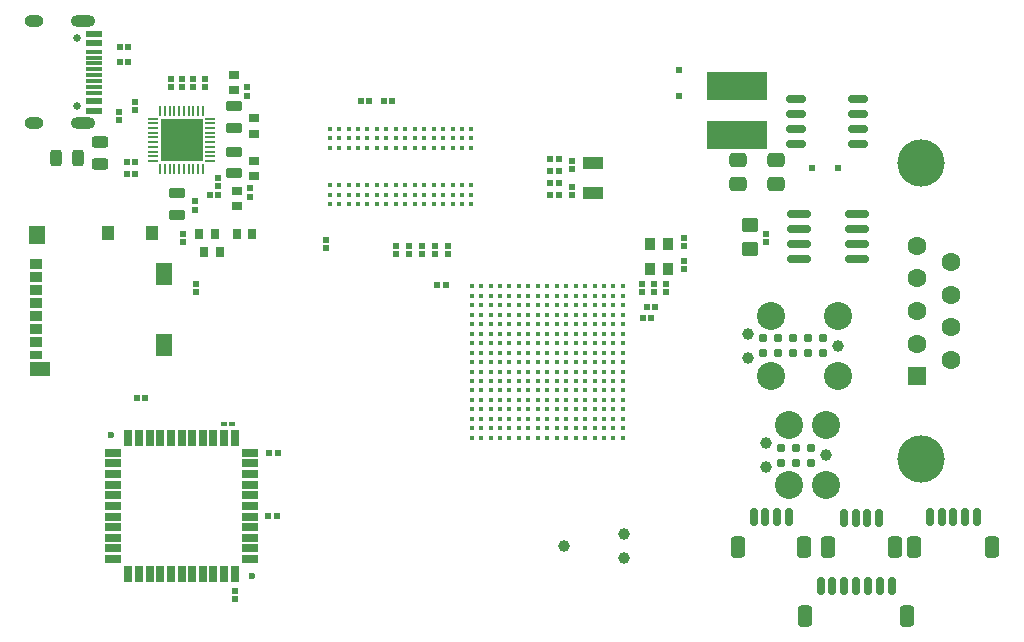
<source format=gbs>
G04 #@! TF.GenerationSoftware,KiCad,Pcbnew,(6.0.2)*
G04 #@! TF.CreationDate,2022-04-20T12:25:19-06:00*
G04 #@! TF.ProjectId,nano,6e616e6f-2e6b-4696-9361-645f70636258,rev?*
G04 #@! TF.SameCoordinates,Original*
G04 #@! TF.FileFunction,Soldermask,Bot*
G04 #@! TF.FilePolarity,Negative*
%FSLAX46Y46*%
G04 Gerber Fmt 4.6, Leading zero omitted, Abs format (unit mm)*
G04 Created by KiCad (PCBNEW (6.0.2)) date 2022-04-20 12:25:19*
%MOMM*%
%LPD*%
G01*
G04 APERTURE LIST*
G04 Aperture macros list*
%AMRoundRect*
0 Rectangle with rounded corners*
0 $1 Rounding radius*
0 $2 $3 $4 $5 $6 $7 $8 $9 X,Y pos of 4 corners*
0 Add a 4 corners polygon primitive as box body*
4,1,4,$2,$3,$4,$5,$6,$7,$8,$9,$2,$3,0*
0 Add four circle primitives for the rounded corners*
1,1,$1+$1,$2,$3*
1,1,$1+$1,$4,$5*
1,1,$1+$1,$6,$7*
1,1,$1+$1,$8,$9*
0 Add four rect primitives between the rounded corners*
20,1,$1+$1,$2,$3,$4,$5,0*
20,1,$1+$1,$4,$5,$6,$7,0*
20,1,$1+$1,$6,$7,$8,$9,0*
20,1,$1+$1,$8,$9,$2,$3,0*%
G04 Aperture macros list end*
%ADD10R,0.500000X0.500000*%
%ADD11C,0.990600*%
%ADD12C,0.400000*%
%ADD13R,0.900000X1.000000*%
%ADD14RoundRect,0.062500X-0.062500X0.350000X-0.062500X-0.350000X0.062500X-0.350000X0.062500X0.350000X0*%
%ADD15RoundRect,0.062500X-0.350000X0.062500X-0.350000X-0.062500X0.350000X-0.062500X0.350000X0.062500X0*%
%ADD16R,3.600000X3.600000*%
%ADD17RoundRect,0.022860X0.205740X0.227140X-0.205740X0.227140X-0.205740X-0.227140X0.205740X-0.227140X0*%
%ADD18RoundRect,0.022860X0.227140X-0.205740X0.227140X0.205740X-0.227140X0.205740X-0.227140X-0.205740X0*%
%ADD19RoundRect,0.022860X-0.227140X0.205740X-0.227140X-0.205740X0.227140X-0.205740X0.227140X0.205740X0*%
%ADD20RoundRect,0.022860X-0.205740X-0.227140X0.205740X-0.227140X0.205740X0.227140X-0.205740X0.227140X0*%
%ADD21R,1.800000X1.000000*%
%ADD22RoundRect,0.243750X-0.456250X0.243750X-0.456250X-0.243750X0.456250X-0.243750X0.456250X0.243750X0*%
%ADD23RoundRect,0.243750X0.243750X0.456250X-0.243750X0.456250X-0.243750X-0.456250X0.243750X-0.456250X0*%
%ADD24C,0.650000*%
%ADD25R,1.450000X0.600000*%
%ADD26R,1.450000X0.300000*%
%ADD27O,1.600000X1.000000*%
%ADD28O,2.100000X1.000000*%
%ADD29RoundRect,0.035560X-0.383540X0.320040X-0.383540X-0.320040X0.383540X-0.320040X0.383540X0.320040X0*%
%ADD30RoundRect,0.035560X0.383540X-0.320040X0.383540X0.320040X-0.383540X0.320040X-0.383540X-0.320040X0*%
%ADD31RoundRect,0.035560X-0.320040X-0.383540X0.320040X-0.383540X0.320040X0.383540X-0.320040X0.383540X0*%
%ADD32RoundRect,0.035560X0.320040X0.383540X-0.320040X0.383540X-0.320040X-0.383540X0.320040X-0.383540X0*%
%ADD33R,1.100000X0.850000*%
%ADD34R,1.100000X0.750000*%
%ADD35R,1.000000X1.200000*%
%ADD36R,1.800000X1.170000*%
%ADD37R,1.350000X1.550000*%
%ADD38R,1.350000X1.900000*%
%ADD39RoundRect,0.041000X0.594000X-0.369000X0.594000X0.369000X-0.594000X0.369000X-0.594000X-0.369000X0*%
%ADD40RoundRect,0.041000X-0.594000X0.369000X-0.594000X-0.369000X0.594000X-0.369000X0.594000X0.369000X0*%
%ADD41RoundRect,0.150000X-0.675000X-0.150000X0.675000X-0.150000X0.675000X0.150000X-0.675000X0.150000X0*%
%ADD42RoundRect,0.075000X-0.212500X-0.075000X0.212500X-0.075000X0.212500X0.075000X-0.212500X0.075000X0*%
%ADD43R,5.100000X2.350000*%
%ADD44RoundRect,0.250000X0.450000X-0.350000X0.450000X0.350000X-0.450000X0.350000X-0.450000X-0.350000X0*%
%ADD45C,2.374900*%
%ADD46C,0.787400*%
%ADD47RoundRect,0.150000X-0.150000X-0.625000X0.150000X-0.625000X0.150000X0.625000X-0.150000X0.625000X0*%
%ADD48RoundRect,0.250000X-0.350000X-0.650000X0.350000X-0.650000X0.350000X0.650000X-0.350000X0.650000X0*%
%ADD49RoundRect,0.150000X-0.825000X-0.150000X0.825000X-0.150000X0.825000X0.150000X-0.825000X0.150000X0*%
%ADD50RoundRect,0.250000X-0.475000X0.337500X-0.475000X-0.337500X0.475000X-0.337500X0.475000X0.337500X0*%
%ADD51C,4.000000*%
%ADD52R,1.600000X1.600000*%
%ADD53C,1.600000*%
%ADD54RoundRect,0.050000X-0.650000X-0.250000X0.650000X-0.250000X0.650000X0.250000X-0.650000X0.250000X0*%
%ADD55RoundRect,0.050000X-0.250000X0.650000X-0.250000X-0.650000X0.250000X-0.650000X0.250000X0.650000X0*%
%ADD56RoundRect,0.050000X0.650000X0.250000X-0.650000X0.250000X-0.650000X-0.250000X0.650000X-0.250000X0*%
%ADD57RoundRect,0.050000X0.250000X-0.650000X0.250000X0.650000X-0.250000X0.650000X-0.250000X-0.650000X0*%
%ADD58C,0.600000*%
G04 APERTURE END LIST*
D10*
G04 #@! TO.C,D1*
X87266666Y-36780000D03*
X89466666Y-36780000D03*
G04 #@! TD*
G04 #@! TO.C,D2*
X76050000Y-30653334D03*
X76050000Y-28453334D03*
G04 #@! TD*
D11*
G04 #@! TO.C,J10*
X71320000Y-67699000D03*
X66240000Y-68715000D03*
X71320000Y-69731000D03*
G04 #@! TD*
D12*
G04 #@! TO.C,U1*
X58463000Y-59582500D03*
X59263000Y-59582500D03*
X60063000Y-59582500D03*
X60863000Y-59582500D03*
X61663000Y-59582500D03*
X62463000Y-59582500D03*
X63263000Y-59582500D03*
X64063000Y-59582500D03*
X64863000Y-59582500D03*
X65663000Y-59582500D03*
X66463000Y-59582500D03*
X67263000Y-59582500D03*
X68063000Y-59582500D03*
X68863000Y-59582500D03*
X69663000Y-59582500D03*
X70463000Y-59582500D03*
X71263000Y-59582500D03*
X58463000Y-58782500D03*
X59263000Y-58782500D03*
X60063000Y-58782500D03*
X60863000Y-58782500D03*
X61663000Y-58782500D03*
X62463000Y-58782500D03*
X63263000Y-58782500D03*
X64063000Y-58782500D03*
X64863000Y-58782500D03*
X65663000Y-58782500D03*
X66463000Y-58782500D03*
X67263000Y-58782500D03*
X68063000Y-58782500D03*
X68863000Y-58782500D03*
X69663000Y-58782500D03*
X70463000Y-58782500D03*
X71263000Y-58782500D03*
X58463000Y-57982500D03*
X59263000Y-57982500D03*
X60063000Y-57982500D03*
X60863000Y-57982500D03*
X61663000Y-57982500D03*
X62463000Y-57982500D03*
X63263000Y-57982500D03*
X64063000Y-57982500D03*
X64863000Y-57982500D03*
X65663000Y-57982500D03*
X66463000Y-57982500D03*
X67263000Y-57982500D03*
X68063000Y-57982500D03*
X68863000Y-57982500D03*
X69663000Y-57982500D03*
X70463000Y-57982500D03*
X71263000Y-57982500D03*
X58463000Y-57182500D03*
X59263000Y-57182500D03*
X60063000Y-57182500D03*
X60863000Y-57182500D03*
X61663000Y-57182500D03*
X62463000Y-57182500D03*
X63263000Y-57182500D03*
X64063000Y-57182500D03*
X64863000Y-57182500D03*
X65663000Y-57182500D03*
X66463000Y-57182500D03*
X67263000Y-57182500D03*
X68063000Y-57182500D03*
X68863000Y-57182500D03*
X69663000Y-57182500D03*
X70463000Y-57182500D03*
X71263000Y-57182500D03*
X58463000Y-56382500D03*
X59263000Y-56382500D03*
X60063000Y-56382500D03*
X60863000Y-56382500D03*
X61663000Y-56382500D03*
X62463000Y-56382500D03*
X63263000Y-56382500D03*
X64063000Y-56382500D03*
X64863000Y-56382500D03*
X65663000Y-56382500D03*
X66463000Y-56382500D03*
X67263000Y-56382500D03*
X68063000Y-56382500D03*
X68863000Y-56382500D03*
X69663000Y-56382500D03*
X70463000Y-56382500D03*
X71263000Y-56382500D03*
X58463000Y-55582500D03*
X59263000Y-55582500D03*
X60063000Y-55582500D03*
X60863000Y-55582500D03*
X61663000Y-55582500D03*
X62463000Y-55582500D03*
X63263000Y-55582500D03*
X64063000Y-55582500D03*
X64863000Y-55582500D03*
X65663000Y-55582500D03*
X66463000Y-55582500D03*
X67263000Y-55582500D03*
X68063000Y-55582500D03*
X68863000Y-55582500D03*
X69663000Y-55582500D03*
X70463000Y-55582500D03*
X71263000Y-55582500D03*
X58463000Y-54782500D03*
X59263000Y-54782500D03*
X60063000Y-54782500D03*
X60863000Y-54782500D03*
X61663000Y-54782500D03*
X62463000Y-54782500D03*
X63263000Y-54782500D03*
X64063000Y-54782500D03*
X64863000Y-54782500D03*
X65663000Y-54782500D03*
X66463000Y-54782500D03*
X67263000Y-54782500D03*
X68063000Y-54782500D03*
X68863000Y-54782500D03*
X69663000Y-54782500D03*
X70463000Y-54782500D03*
X71263000Y-54782500D03*
X58463000Y-53982500D03*
X59263000Y-53982500D03*
X60063000Y-53982500D03*
X60863000Y-53982500D03*
X61663000Y-53982500D03*
X62463000Y-53982500D03*
X63263000Y-53982500D03*
X64063000Y-53982500D03*
X64863000Y-53982500D03*
X65663000Y-53982500D03*
X66463000Y-53982500D03*
X67263000Y-53982500D03*
X68063000Y-53982500D03*
X68863000Y-53982500D03*
X69663000Y-53982500D03*
X70463000Y-53982500D03*
X71263000Y-53982500D03*
X58463000Y-53182500D03*
X59263000Y-53182500D03*
X60063000Y-53182500D03*
X60863000Y-53182500D03*
X61663000Y-53182500D03*
X62463000Y-53182500D03*
X63263000Y-53182500D03*
X64063000Y-53182500D03*
X64863000Y-53182500D03*
X65663000Y-53182500D03*
X66463000Y-53182500D03*
X67263000Y-53182500D03*
X68063000Y-53182500D03*
X68863000Y-53182500D03*
X69663000Y-53182500D03*
X70463000Y-53182500D03*
X71263000Y-53182500D03*
X58463000Y-52382500D03*
X59263000Y-52382500D03*
X60063000Y-52382500D03*
X60863000Y-52382500D03*
X61663000Y-52382500D03*
X62463000Y-52382500D03*
X63263000Y-52382500D03*
X64063000Y-52382500D03*
X64863000Y-52382500D03*
X65663000Y-52382500D03*
X66463000Y-52382500D03*
X67263000Y-52382500D03*
X68063000Y-52382500D03*
X68863000Y-52382500D03*
X69663000Y-52382500D03*
X70463000Y-52382500D03*
X71263000Y-52382500D03*
X58463000Y-51582500D03*
X59263000Y-51582500D03*
X60063000Y-51582500D03*
X60863000Y-51582500D03*
X61663000Y-51582500D03*
X62463000Y-51582500D03*
X63263000Y-51582500D03*
X64063000Y-51582500D03*
X64863000Y-51582500D03*
X65663000Y-51582500D03*
X66463000Y-51582500D03*
X67263000Y-51582500D03*
X68063000Y-51582500D03*
X68863000Y-51582500D03*
X69663000Y-51582500D03*
X70463000Y-51582500D03*
X71263000Y-51582500D03*
X58463000Y-50782500D03*
X59263000Y-50782500D03*
X60063000Y-50782500D03*
X60863000Y-50782500D03*
X61663000Y-50782500D03*
X62463000Y-50782500D03*
X63263000Y-50782500D03*
X64063000Y-50782500D03*
X64863000Y-50782500D03*
X65663000Y-50782500D03*
X66463000Y-50782500D03*
X67263000Y-50782500D03*
X68063000Y-50782500D03*
X68863000Y-50782500D03*
X69663000Y-50782500D03*
X70463000Y-50782500D03*
X71263000Y-50782500D03*
X58463000Y-49982500D03*
X59263000Y-49982500D03*
X60063000Y-49982500D03*
X60863000Y-49982500D03*
X61663000Y-49982500D03*
X62463000Y-49982500D03*
X63263000Y-49982500D03*
X64063000Y-49982500D03*
X64863000Y-49982500D03*
X65663000Y-49982500D03*
X66463000Y-49982500D03*
X67263000Y-49982500D03*
X68063000Y-49982500D03*
X68863000Y-49982500D03*
X69663000Y-49982500D03*
X70463000Y-49982500D03*
X71263000Y-49982500D03*
X58463000Y-49182500D03*
X59263000Y-49182500D03*
X60063000Y-49182500D03*
X60863000Y-49182500D03*
X61663000Y-49182500D03*
X62463000Y-49182500D03*
X63263000Y-49182500D03*
X64063000Y-49182500D03*
X64863000Y-49182500D03*
X65663000Y-49182500D03*
X66463000Y-49182500D03*
X67263000Y-49182500D03*
X68063000Y-49182500D03*
X68863000Y-49182500D03*
X69663000Y-49182500D03*
X70463000Y-49182500D03*
X71263000Y-49182500D03*
X58463000Y-48382500D03*
X59263000Y-48382500D03*
X60063000Y-48382500D03*
X60863000Y-48382500D03*
X61663000Y-48382500D03*
X62463000Y-48382500D03*
X63263000Y-48382500D03*
X64063000Y-48382500D03*
X64863000Y-48382500D03*
X65663000Y-48382500D03*
X66463000Y-48382500D03*
X67263000Y-48382500D03*
X68063000Y-48382500D03*
X68863000Y-48382500D03*
X69663000Y-48382500D03*
X70463000Y-48382500D03*
X71263000Y-48382500D03*
X58463000Y-47582500D03*
X59263000Y-47582500D03*
X60063000Y-47582500D03*
X60863000Y-47582500D03*
X61663000Y-47582500D03*
X62463000Y-47582500D03*
X63263000Y-47582500D03*
X64063000Y-47582500D03*
X64863000Y-47582500D03*
X65663000Y-47582500D03*
X66463000Y-47582500D03*
X67263000Y-47582500D03*
X68063000Y-47582500D03*
X68863000Y-47582500D03*
X69663000Y-47582500D03*
X70463000Y-47582500D03*
X71263000Y-47582500D03*
X58463000Y-46782500D03*
X59263000Y-46782500D03*
X60063000Y-46782500D03*
X60863000Y-46782500D03*
X61663000Y-46782500D03*
X62463000Y-46782500D03*
X63263000Y-46782500D03*
X64063000Y-46782500D03*
X64863000Y-46782500D03*
X65663000Y-46782500D03*
X66463000Y-46782500D03*
X67263000Y-46782500D03*
X68063000Y-46782500D03*
X68863000Y-46782500D03*
X69663000Y-46782500D03*
X70463000Y-46782500D03*
X71263000Y-46782500D03*
G04 #@! TD*
G04 #@! TO.C,U2*
X58438000Y-39832500D03*
X58438000Y-39032500D03*
X58438000Y-38232500D03*
X58438000Y-35032500D03*
X58438000Y-34232500D03*
X58438000Y-33432500D03*
X57638000Y-39832500D03*
X57638000Y-39032500D03*
X57638000Y-38232500D03*
X57638000Y-35032500D03*
X57638000Y-34232500D03*
X57638000Y-33432500D03*
X56838000Y-39832500D03*
X56838000Y-39032500D03*
X56838000Y-38232500D03*
X56838000Y-35032500D03*
X56838000Y-34232500D03*
X56838000Y-33432500D03*
X56038000Y-39832500D03*
X56038000Y-39032500D03*
X56038000Y-38232500D03*
X56038000Y-35032500D03*
X56038000Y-34232500D03*
X56038000Y-33432500D03*
X55238000Y-39832500D03*
X55238000Y-39032500D03*
X55238000Y-38232500D03*
X55238000Y-35032500D03*
X55238000Y-34232500D03*
X55238000Y-33432500D03*
X54438000Y-39832500D03*
X54438000Y-39032500D03*
X54438000Y-38232500D03*
X54438000Y-35032500D03*
X54438000Y-34232500D03*
X54438000Y-33432500D03*
X53638000Y-39832500D03*
X53638000Y-39032500D03*
X53638000Y-38232500D03*
X53638000Y-35032500D03*
X53638000Y-34232500D03*
X53638000Y-33432500D03*
X52838000Y-39832500D03*
X52838000Y-39032500D03*
X52838000Y-38232500D03*
X52838000Y-35032500D03*
X52838000Y-34232500D03*
X52838000Y-33432500D03*
X52038000Y-39832500D03*
X52038000Y-39032500D03*
X52038000Y-38232500D03*
X52038000Y-35032500D03*
X52038000Y-34232500D03*
X52038000Y-33432500D03*
X51238000Y-39832500D03*
X51238000Y-39032500D03*
X51238000Y-38232500D03*
X51238000Y-35032500D03*
X51238000Y-34232500D03*
X51238000Y-33432500D03*
X50438000Y-39832500D03*
X50438000Y-39032500D03*
X50438000Y-38232500D03*
X50438000Y-35032500D03*
X50438000Y-34232500D03*
X50438000Y-33432500D03*
X49638000Y-39832500D03*
X49638000Y-39032500D03*
X49638000Y-38232500D03*
X49638000Y-35032500D03*
X49638000Y-34232500D03*
X49638000Y-33432500D03*
X48838000Y-39832500D03*
X48838000Y-39032500D03*
X48838000Y-38232500D03*
X48838000Y-35032500D03*
X48838000Y-34232500D03*
X48838000Y-33432500D03*
X48038000Y-39832500D03*
X48038000Y-39032500D03*
X48038000Y-38232500D03*
X48038000Y-35032500D03*
X48038000Y-34232500D03*
X48038000Y-33432500D03*
X47238000Y-39832500D03*
X47238000Y-39032500D03*
X47238000Y-38232500D03*
X47238000Y-35032500D03*
X47238000Y-34232500D03*
X47238000Y-33432500D03*
X46438000Y-39832500D03*
X46438000Y-39032500D03*
X46438000Y-38232500D03*
X46438000Y-35032500D03*
X46438000Y-34232500D03*
X46438000Y-33432500D03*
G04 #@! TD*
D13*
G04 #@! TO.C,XTAL2*
X73558000Y-45317500D03*
X73558000Y-43167500D03*
X75108000Y-43167500D03*
X75108000Y-45317500D03*
G04 #@! TD*
D14*
G04 #@! TO.C,U6*
X32095500Y-31932000D03*
X32495500Y-31932000D03*
X32895500Y-31932000D03*
X33295500Y-31932000D03*
X33695500Y-31932000D03*
X34095500Y-31932000D03*
X34495500Y-31932000D03*
X34895500Y-31932000D03*
X35295500Y-31932000D03*
X35695500Y-31932000D03*
D15*
X36333000Y-32569500D03*
X36333000Y-32969500D03*
X36333000Y-33369500D03*
X36333000Y-33769500D03*
X36333000Y-34169500D03*
X36333000Y-34569500D03*
X36333000Y-34969500D03*
X36333000Y-35369500D03*
X36333000Y-35769500D03*
X36333000Y-36169500D03*
D14*
X35695500Y-36807000D03*
X35295500Y-36807000D03*
X34895500Y-36807000D03*
X34495500Y-36807000D03*
X34095500Y-36807000D03*
X33695500Y-36807000D03*
X33295500Y-36807000D03*
X32895500Y-36807000D03*
X32495500Y-36807000D03*
X32095500Y-36807000D03*
D15*
X31458000Y-36169500D03*
X31458000Y-35769500D03*
X31458000Y-35369500D03*
X31458000Y-34969500D03*
X31458000Y-34569500D03*
X31458000Y-34169500D03*
X31458000Y-33769500D03*
X31458000Y-33369500D03*
X31458000Y-32969500D03*
X31458000Y-32569500D03*
D16*
X33895500Y-34369500D03*
G04 #@! TD*
D17*
G04 #@! TO.C,C23*
X56263000Y-46632500D03*
X55563000Y-46632500D03*
G04 #@! TD*
D18*
G04 #@! TO.C,C96*
X66913000Y-39032500D03*
X66913000Y-38332500D03*
G04 #@! TD*
D19*
G04 #@! TO.C,C97*
X66913000Y-36132500D03*
X66913000Y-36832500D03*
G04 #@! TD*
G04 #@! TO.C,C98*
X74913000Y-46582500D03*
X74913000Y-47282500D03*
G04 #@! TD*
G04 #@! TO.C,C99*
X76459046Y-44632854D03*
X76459046Y-45332854D03*
G04 #@! TD*
G04 #@! TO.C,R20*
X32973000Y-29182500D03*
X32973000Y-29882500D03*
G04 #@! TD*
D17*
G04 #@! TO.C,R13*
X29263000Y-36282500D03*
X29963000Y-36282500D03*
G04 #@! TD*
D19*
G04 #@! TO.C,R8*
X34013000Y-42332500D03*
X34013000Y-43032500D03*
G04 #@! TD*
G04 #@! TO.C,R9*
X39713000Y-38482500D03*
X39713000Y-39182500D03*
G04 #@! TD*
D18*
G04 #@! TO.C,R10*
X39413000Y-30632500D03*
X39413000Y-29932500D03*
G04 #@! TD*
D17*
G04 #@! TO.C,R7*
X51733000Y-31042500D03*
X51033000Y-31042500D03*
G04 #@! TD*
D19*
G04 #@! TO.C,R15*
X29953000Y-31142500D03*
X29953000Y-31842500D03*
G04 #@! TD*
D18*
G04 #@! TO.C,R19*
X34863000Y-29882500D03*
X34863000Y-29182500D03*
G04 #@! TD*
G04 #@! TO.C,R21*
X35913000Y-29882500D03*
X35913000Y-29182500D03*
G04 #@! TD*
D20*
G04 #@! TO.C,R14*
X29263000Y-37282500D03*
X29963000Y-37282500D03*
G04 #@! TD*
D19*
G04 #@! TO.C,R54*
X73913000Y-46582500D03*
X73913000Y-47282500D03*
G04 #@! TD*
G04 #@! TO.C,R53*
X72863000Y-46582500D03*
X72863000Y-47282500D03*
G04 #@! TD*
D17*
G04 #@! TO.C,R52*
X73650000Y-49450000D03*
X72950000Y-49450000D03*
G04 #@! TD*
D19*
G04 #@! TO.C,R12*
X28613000Y-31982500D03*
X28613000Y-32682500D03*
G04 #@! TD*
G04 #@! TO.C,R2*
X46113420Y-42827104D03*
X46113420Y-43527104D03*
G04 #@! TD*
D21*
G04 #@! TO.C,Y1*
X68713000Y-38832500D03*
X68713000Y-36332500D03*
G04 #@! TD*
D18*
G04 #@! TO.C,R41*
X33913000Y-29882500D03*
X33913000Y-29182500D03*
G04 #@! TD*
D22*
G04 #@! TO.C,D6*
X26963000Y-34545000D03*
X26963000Y-36420000D03*
G04 #@! TD*
D23*
G04 #@! TO.C,F2*
X25100500Y-35872500D03*
X23225500Y-35872500D03*
G04 #@! TD*
D24*
G04 #@! TO.C,J4*
X25040000Y-25760000D03*
X25040000Y-31540000D03*
D25*
X26485000Y-31900000D03*
X26485000Y-31100000D03*
D26*
X26485000Y-29900000D03*
X26485000Y-28900000D03*
X26485000Y-28400000D03*
X26485000Y-27400000D03*
D25*
X26485000Y-26200000D03*
X26485000Y-25400000D03*
X26485000Y-25400000D03*
X26485000Y-26200000D03*
D26*
X26485000Y-26900000D03*
X26485000Y-27900000D03*
X26485000Y-29400000D03*
X26485000Y-30400000D03*
D25*
X26485000Y-31100000D03*
X26485000Y-31900000D03*
D27*
X21390000Y-24330000D03*
D28*
X25570000Y-32970000D03*
D27*
X21390000Y-32970000D03*
D28*
X25570000Y-24330000D03*
G04 #@! TD*
D29*
G04 #@! TO.C,C53*
X40063000Y-32532500D03*
X40063000Y-33832500D03*
G04 #@! TD*
D30*
G04 #@! TO.C,C54*
X38363000Y-30182500D03*
X38363000Y-28882500D03*
G04 #@! TD*
D29*
G04 #@! TO.C,C55*
X38563000Y-38682500D03*
X38563000Y-39982500D03*
G04 #@! TD*
D30*
G04 #@! TO.C,C56*
X40063000Y-37432500D03*
X40063000Y-36132500D03*
G04 #@! TD*
D31*
G04 #@! TO.C,C57*
X35813000Y-43832500D03*
X37113000Y-43832500D03*
G04 #@! TD*
G04 #@! TO.C,C58*
X35413000Y-42332500D03*
X36713000Y-42332500D03*
G04 #@! TD*
D32*
G04 #@! TO.C,C63*
X39863000Y-42332500D03*
X38563000Y-42332500D03*
G04 #@! TD*
D33*
G04 #@! TO.C,J1*
X21555000Y-44895000D03*
X21555000Y-45995000D03*
X21555000Y-47095000D03*
X21555000Y-48195000D03*
X21555000Y-49295000D03*
X21555000Y-50395000D03*
X21555000Y-51495000D03*
D34*
X21555000Y-52545000D03*
D35*
X27705000Y-42260000D03*
X31405000Y-42260000D03*
D36*
X21905000Y-53755000D03*
D37*
X21680000Y-42435000D03*
D38*
X32380000Y-51730000D03*
X32380000Y-45760000D03*
G04 #@! TD*
D19*
G04 #@! TO.C,C71*
X35013000Y-39582500D03*
X35013000Y-40282500D03*
G04 #@! TD*
D18*
G04 #@! TO.C,C52*
X35113000Y-47282500D03*
X35113000Y-46582500D03*
G04 #@! TD*
G04 #@! TO.C,C109*
X53162892Y-44032862D03*
X53162892Y-43332862D03*
G04 #@! TD*
D19*
G04 #@! TO.C,C111*
X56462892Y-43332862D03*
X56462892Y-44032862D03*
G04 #@! TD*
D39*
G04 #@! TO.C,L1*
X33513000Y-40696900D03*
X33513000Y-38868100D03*
G04 #@! TD*
G04 #@! TO.C,L2*
X38363000Y-37196900D03*
X38363000Y-35368100D03*
G04 #@! TD*
D40*
G04 #@! TO.C,L3*
X38363000Y-31518100D03*
X38363000Y-33346900D03*
G04 #@! TD*
D19*
G04 #@! TO.C,R42*
X54262892Y-43332862D03*
X54262892Y-44032862D03*
G04 #@! TD*
D18*
G04 #@! TO.C,R51*
X55362892Y-44032862D03*
X55362892Y-43332862D03*
G04 #@! TD*
G04 #@! TO.C,C110*
X52062892Y-44032862D03*
X52062892Y-43332862D03*
G04 #@! TD*
D20*
G04 #@! TO.C,C101*
X73300000Y-48532500D03*
X74000000Y-48532500D03*
G04 #@! TD*
G04 #@! TO.C,C64*
X36313000Y-39032500D03*
X37013000Y-39032500D03*
G04 #@! TD*
D19*
G04 #@! TO.C,C60*
X37013000Y-37582500D03*
X37013000Y-38282500D03*
G04 #@! TD*
D20*
G04 #@! TO.C,R6*
X49063000Y-31042500D03*
X49763000Y-31042500D03*
G04 #@! TD*
D18*
G04 #@! TO.C,R55*
X76459046Y-43382854D03*
X76459046Y-42682854D03*
G04 #@! TD*
D20*
G04 #@! TO.C,SB1*
X65113000Y-36032500D03*
X65813000Y-36032500D03*
G04 #@! TD*
G04 #@! TO.C,SB2*
X65120999Y-37032500D03*
X65820999Y-37032500D03*
G04 #@! TD*
G04 #@! TO.C,SB3*
X65113000Y-39032500D03*
X65813000Y-39032500D03*
G04 #@! TD*
G04 #@! TO.C,SB4*
X65113000Y-38032500D03*
X65813000Y-38032500D03*
G04 #@! TD*
D41*
G04 #@! TO.C,U4*
X85961666Y-34685000D03*
X85961666Y-33415000D03*
X85961666Y-32145000D03*
X85961666Y-30875000D03*
X91211666Y-30875000D03*
X91211666Y-32145000D03*
X91211666Y-33415000D03*
X91211666Y-34685000D03*
G04 #@! TD*
D42*
G04 #@! TO.C,L4*
X37512500Y-58400000D03*
X38187500Y-58400000D03*
G04 #@! TD*
D43*
G04 #@! TO.C,L5*
X80940000Y-29831666D03*
X80940000Y-33981666D03*
G04 #@! TD*
D44*
G04 #@! TO.C,R31*
X82000000Y-43600000D03*
X82000000Y-41600000D03*
G04 #@! TD*
D11*
G04 #@! TO.C,J2*
X81891000Y-50772000D03*
D45*
X83796000Y-49248000D03*
X89511000Y-54328000D03*
X89511000Y-49248000D03*
X83796000Y-54328000D03*
D11*
X81891000Y-52804000D03*
X89511000Y-51788000D03*
D46*
X88241000Y-52423000D03*
X86971000Y-52423000D03*
X85701000Y-52423000D03*
X84431000Y-52423000D03*
X83161000Y-52423000D03*
X83161000Y-51153000D03*
X84431000Y-51153000D03*
X85701000Y-51153000D03*
X86971000Y-51153000D03*
X88241000Y-51153000D03*
G04 #@! TD*
D18*
G04 #@! TO.C,R28*
X38432500Y-73227000D03*
X38432500Y-72527000D03*
G04 #@! TD*
D20*
G04 #@! TO.C,R29*
X30113000Y-56207500D03*
X30813000Y-56207500D03*
G04 #@! TD*
D47*
G04 #@! TO.C,J8*
X88010000Y-72165000D03*
X89010000Y-72165000D03*
X90010000Y-72165000D03*
X91010000Y-72165000D03*
X92010000Y-72165000D03*
X93010000Y-72165000D03*
X94010000Y-72165000D03*
D48*
X95310000Y-74690000D03*
X86710000Y-74690000D03*
G04 #@! TD*
D11*
G04 #@! TO.C,J3*
X83391000Y-62094000D03*
D45*
X88471000Y-58538000D03*
X85296000Y-58538000D03*
X85296000Y-63618000D03*
D11*
X88471000Y-61078000D03*
X83391000Y-60062000D03*
D45*
X88471000Y-63618000D03*
D46*
X87201000Y-61713000D03*
X87201000Y-60443000D03*
X85931000Y-61713000D03*
X85931000Y-60443000D03*
X84661000Y-61713000D03*
X84661000Y-60443000D03*
G04 #@! TD*
D47*
G04 #@! TO.C,J7*
X89970000Y-66355000D03*
X90970000Y-66355000D03*
X91970000Y-66355000D03*
X92970000Y-66355000D03*
D48*
X88670000Y-68880000D03*
X94270000Y-68880000D03*
G04 #@! TD*
D20*
G04 #@! TO.C,C74*
X41331500Y-60883500D03*
X42031500Y-60883500D03*
G04 #@! TD*
D17*
G04 #@! TO.C,R27*
X29350000Y-27750000D03*
X28650000Y-27750000D03*
G04 #@! TD*
D49*
G04 #@! TO.C,U3*
X86134000Y-44485500D03*
X86134000Y-43215500D03*
X86134000Y-41945500D03*
X86134000Y-40675500D03*
X91084000Y-40675500D03*
X91084000Y-41945500D03*
X91084000Y-43215500D03*
X91084000Y-44485500D03*
G04 #@! TD*
D19*
G04 #@! TO.C,C73*
X83410500Y-42337500D03*
X83410500Y-43037500D03*
G04 #@! TD*
D17*
G04 #@! TO.C,R30*
X41957000Y-66257500D03*
X41257000Y-66257500D03*
G04 #@! TD*
D47*
G04 #@! TO.C,J9*
X82330000Y-66315000D03*
X83330000Y-66315000D03*
X84330000Y-66315000D03*
X85330000Y-66315000D03*
D48*
X81030000Y-68840000D03*
X86630000Y-68840000D03*
G04 #@! TD*
D50*
G04 #@! TO.C,C76*
X81050000Y-36059166D03*
X81050000Y-38134166D03*
G04 #@! TD*
G04 #@! TO.C,C75*
X84200000Y-38134166D03*
X84200000Y-36059166D03*
G04 #@! TD*
D51*
G04 #@! TO.C,J5*
X96500000Y-61360000D03*
X96500000Y-36360000D03*
D52*
X96200000Y-54400000D03*
D53*
X96200000Y-51630000D03*
X96200000Y-48860000D03*
X96200000Y-46090000D03*
X96200000Y-43320000D03*
X99040000Y-53015000D03*
X99040000Y-50245000D03*
X99040000Y-47475000D03*
X99040000Y-44705000D03*
G04 #@! TD*
D54*
G04 #@! TO.C,MOD1*
X28123512Y-69862500D03*
X28123512Y-68962500D03*
X28123512Y-68062500D03*
X28123512Y-67162500D03*
X28123512Y-66262500D03*
X28123512Y-65362500D03*
X28123512Y-64462500D03*
X28123512Y-63562500D03*
X28123512Y-62662500D03*
X28123512Y-61762500D03*
X28123512Y-60862500D03*
D55*
X29398512Y-59587500D03*
X30298512Y-59587500D03*
X31198512Y-59587500D03*
X32098512Y-59587500D03*
X32998512Y-59587500D03*
X33898512Y-59587500D03*
X34798512Y-59587500D03*
X35698512Y-59587500D03*
X36598512Y-59587500D03*
X37498512Y-59587500D03*
X38398512Y-59587500D03*
D56*
X39673512Y-60862500D03*
X39673512Y-61762500D03*
X39673512Y-62662500D03*
X39673512Y-63562500D03*
X39673512Y-64462500D03*
X39673512Y-65362500D03*
X39673512Y-66262500D03*
X39673512Y-67162500D03*
X39673512Y-68062500D03*
X39673512Y-68962500D03*
X39673512Y-69862500D03*
D57*
X38398512Y-71137500D03*
X37498512Y-71137500D03*
X36598512Y-71137500D03*
X35698512Y-71137500D03*
X34798512Y-71137500D03*
X33898512Y-71137500D03*
X32998512Y-71137500D03*
X32098512Y-71137500D03*
X31198512Y-71137500D03*
X30298512Y-71137500D03*
X29398512Y-71137500D03*
D58*
X27929512Y-59393500D03*
X39867512Y-71331500D03*
G04 #@! TD*
D47*
G04 #@! TO.C,J6*
X97250000Y-66275000D03*
X98250000Y-66275000D03*
X99250000Y-66275000D03*
X100250000Y-66275000D03*
X101250000Y-66275000D03*
D48*
X95950000Y-68800000D03*
X102550000Y-68800000D03*
G04 #@! TD*
D17*
G04 #@! TO.C,R26*
X29350000Y-26500000D03*
X28650000Y-26500000D03*
G04 #@! TD*
M02*

</source>
